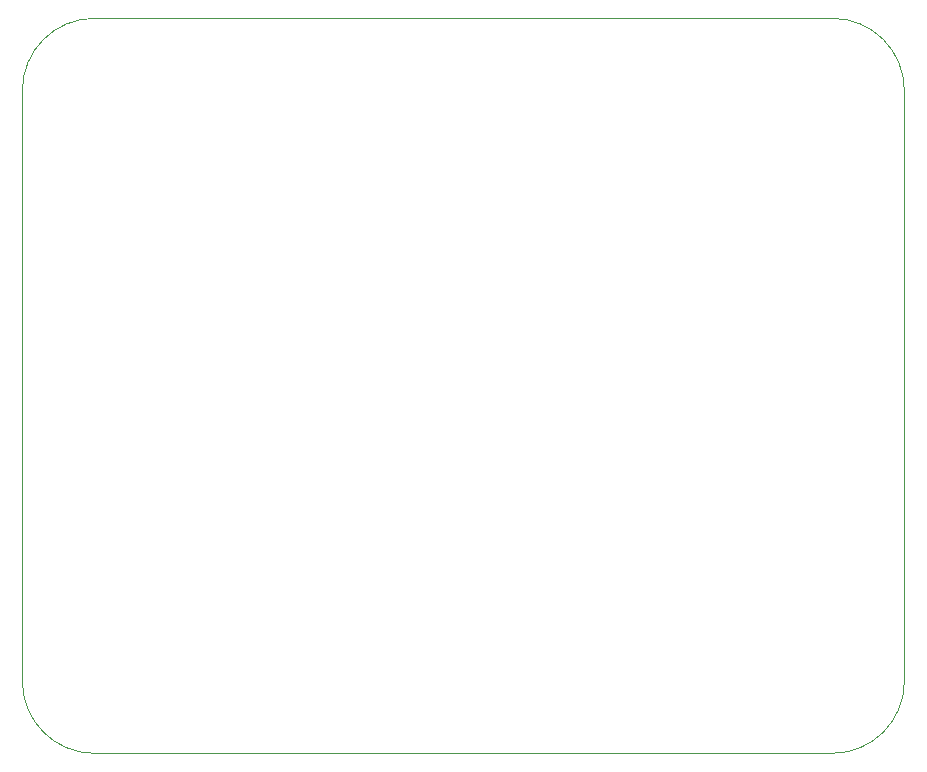
<source format=gm1>
G04 #@! TF.GenerationSoftware,KiCad,Pcbnew,(5.1.9)-1*
G04 #@! TF.CreationDate,2021-05-02T01:08:58+02:00*
G04 #@! TF.ProjectId,atmega32,61746d65-6761-4333-922e-6b696361645f,rev?*
G04 #@! TF.SameCoordinates,Original*
G04 #@! TF.FileFunction,Profile,NP*
%FSLAX46Y46*%
G04 Gerber Fmt 4.6, Leading zero omitted, Abs format (unit mm)*
G04 Created by KiCad (PCBNEW (5.1.9)-1) date 2021-05-02 01:08:58*
%MOMM*%
%LPD*%
G01*
G04 APERTURE LIST*
G04 #@! TA.AperFunction,Profile*
%ADD10C,0.050000*%
G04 #@! TD*
G04 APERTURE END LIST*
D10*
X102616000Y-153162000D02*
G75*
G02*
X96520000Y-147066000I0J6096000D01*
G01*
X171196000Y-147066000D02*
G75*
G02*
X165100000Y-153162000I-6096000J0D01*
G01*
X165100000Y-90932000D02*
G75*
G02*
X171196000Y-97028000I0J-6096000D01*
G01*
X96520000Y-97028000D02*
G75*
G02*
X102616000Y-90932000I6096000J0D01*
G01*
X96520000Y-147066000D02*
X96520000Y-97028000D01*
X165100000Y-153162000D02*
X102616000Y-153162000D01*
X171196000Y-97028000D02*
X171196000Y-147066000D01*
X102616000Y-90932000D02*
X165100000Y-90932000D01*
M02*

</source>
